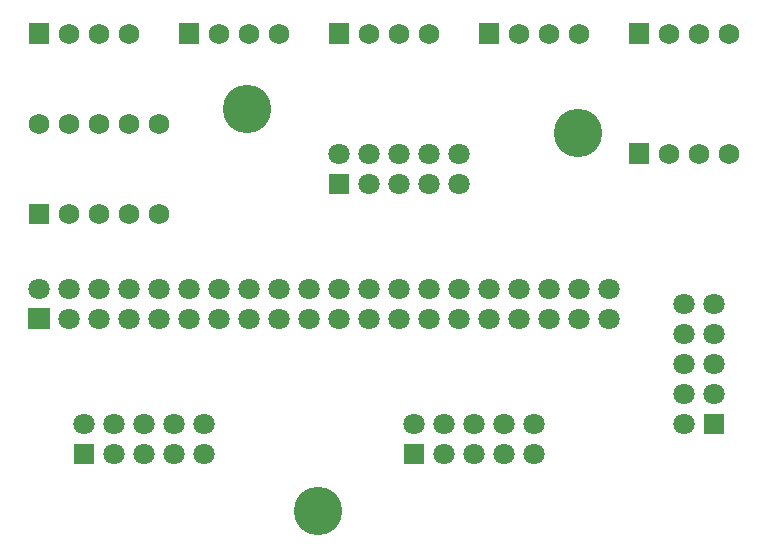
<source format=gts>
G04 Layer: TopSolderMaskLayer*
G04 EasyEDA v6.5.5, 2022-06-01 22:07:46*
G04 5fa39ab79a2c48c687a51b611db9c60e,c96cdaf6a0e44fa3bb1e134f2b5c86cb,10*
G04 Gerber Generator version 0.2*
G04 Scale: 100 percent, Rotated: No, Reflected: No *
G04 Dimensions in millimeters *
G04 leading zeros omitted , absolute positions ,4 integer and 5 decimal *
%FSLAX45Y45*%
%MOMM*%

%ADD23R,1.7272X1.7272*%
%ADD24C,1.7272*%
%ADD26C,1.8032*%
%ADD27C,1.8031*%
%ADD29C,4.1016*%

%LPD*%
D23*
G01*
X635000Y-6985000D03*
D24*
G01*
X889000Y-6985000D03*
G01*
X1143000Y-6985000D03*
G01*
X1397000Y-6985000D03*
G01*
X1651000Y-6985000D03*
G01*
X1651000Y-6223000D03*
G01*
X1397000Y-6223000D03*
G01*
X1143000Y-6223000D03*
G01*
X889000Y-6223000D03*
G01*
X635000Y-6223000D03*
G36*
X544829Y-7964170D02*
G01*
X544829Y-7783829D01*
X725170Y-7783829D01*
X725170Y-7964170D01*
G37*
D26*
G01*
X635000Y-7620000D03*
G01*
X889000Y-7874000D03*
G01*
X889000Y-7620000D03*
G01*
X1143000Y-7874000D03*
G01*
X1143000Y-7620000D03*
G01*
X1397000Y-7874000D03*
G01*
X1397000Y-7620000D03*
G01*
X1651000Y-7874000D03*
G01*
X1651000Y-7620000D03*
G01*
X1905000Y-7874000D03*
G01*
X1905000Y-7620000D03*
G01*
X2159000Y-7874000D03*
G01*
X2159000Y-7620000D03*
G01*
X2413000Y-7874000D03*
G01*
X2413000Y-7620000D03*
G01*
X2667000Y-7874000D03*
G01*
X2667000Y-7620000D03*
G01*
X2921000Y-7874000D03*
G01*
X2921000Y-7620000D03*
G01*
X3175000Y-7874000D03*
G01*
X3175000Y-7620000D03*
G01*
X3429000Y-7874000D03*
G01*
X3429000Y-7620000D03*
G01*
X3683000Y-7874000D03*
G01*
X3683000Y-7620000D03*
G01*
X3937000Y-7874000D03*
G01*
X3937000Y-7620000D03*
G01*
X4191000Y-7874000D03*
G01*
X4191000Y-7620000D03*
G01*
X4445000Y-7874000D03*
G01*
X4445000Y-7620000D03*
G01*
X4699000Y-7874000D03*
G01*
X4699000Y-7620000D03*
G01*
X4953000Y-7874000D03*
G01*
X4953000Y-7620000D03*
G01*
X5207000Y-7874000D03*
G01*
X5207000Y-7620000D03*
G01*
X5461000Y-7874000D03*
G01*
X5461000Y-7620000D03*
D27*
G01*
X2032000Y-9017000D03*
G01*
X1778000Y-9017000D03*
G01*
X1016000Y-8763000D03*
G01*
X1270000Y-8763000D03*
G01*
X1524000Y-8763000D03*
G01*
X1778000Y-8763000D03*
G01*
X2032000Y-8763000D03*
G01*
X1270000Y-9017000D03*
G01*
X1524000Y-9017000D03*
G36*
X930402Y-9102597D02*
G01*
X930402Y-8931402D01*
X1101597Y-8931402D01*
X1101597Y-9102597D01*
G37*
G01*
X4826000Y-9017000D03*
G01*
X4572000Y-9017000D03*
G01*
X3810000Y-8763000D03*
G01*
X4064000Y-8763000D03*
G01*
X4318000Y-8763000D03*
G01*
X4572000Y-8763000D03*
G01*
X4826000Y-8763000D03*
G01*
X4064000Y-9017000D03*
G01*
X4318000Y-9017000D03*
G36*
X3724402Y-9102597D02*
G01*
X3724402Y-8931402D01*
X3895597Y-8931402D01*
X3895597Y-9102597D01*
G37*
G01*
X4191000Y-6731000D03*
G01*
X3937000Y-6731000D03*
G01*
X3175000Y-6477000D03*
G01*
X3429000Y-6477000D03*
G01*
X3683000Y-6477000D03*
G01*
X3937000Y-6477000D03*
G01*
X4191000Y-6477000D03*
G01*
X3429000Y-6731000D03*
G01*
X3683000Y-6731000D03*
G36*
X3089402Y-6816597D02*
G01*
X3089402Y-6645402D01*
X3260597Y-6645402D01*
X3260597Y-6816597D01*
G37*
G01*
X6350000Y-7747000D03*
G01*
X6350000Y-8001000D03*
G01*
X6096000Y-8763000D03*
G01*
X6096000Y-8509000D03*
G01*
X6096000Y-8255000D03*
G01*
X6096000Y-8001000D03*
G01*
X6096000Y-7747000D03*
G01*
X6350000Y-8509000D03*
G01*
X6350000Y-8255000D03*
G36*
X6264402Y-8848597D02*
G01*
X6264402Y-8677402D01*
X6435597Y-8677402D01*
X6435597Y-8848597D01*
G37*
G36*
X548639Y-5547360D02*
G01*
X548639Y-5374639D01*
X721360Y-5374639D01*
X721360Y-5547360D01*
G37*
D24*
G01*
X889000Y-5461000D03*
G01*
X1143000Y-5461000D03*
G01*
X1397000Y-5461000D03*
G36*
X1818639Y-5547360D02*
G01*
X1818639Y-5374639D01*
X1991359Y-5374639D01*
X1991359Y-5547360D01*
G37*
G01*
X2159000Y-5461000D03*
G01*
X2413000Y-5461000D03*
G01*
X2667000Y-5461000D03*
G36*
X3088640Y-5547360D02*
G01*
X3088640Y-5374639D01*
X3261359Y-5374639D01*
X3261359Y-5547360D01*
G37*
G01*
X3429000Y-5461000D03*
G01*
X3683000Y-5461000D03*
G01*
X3937000Y-5461000D03*
G36*
X4358640Y-5547360D02*
G01*
X4358640Y-5374639D01*
X4531359Y-5374639D01*
X4531359Y-5547360D01*
G37*
G01*
X4699000Y-5461000D03*
G01*
X4953000Y-5461000D03*
G01*
X5207000Y-5461000D03*
G36*
X5628640Y-5547360D02*
G01*
X5628640Y-5374639D01*
X5801359Y-5374639D01*
X5801359Y-5547360D01*
G37*
G01*
X5969000Y-5461000D03*
G01*
X6223000Y-5461000D03*
G01*
X6477000Y-5461000D03*
G36*
X5628640Y-6563360D02*
G01*
X5628640Y-6390639D01*
X5801359Y-6390639D01*
X5801359Y-6563360D01*
G37*
G01*
X5969000Y-6477000D03*
G01*
X6223000Y-6477000D03*
G01*
X6477000Y-6477000D03*
D29*
G01*
X2399995Y-6100013D03*
G01*
X5199989Y-6300012D03*
G01*
X2999993Y-9500006D03*
M02*

</source>
